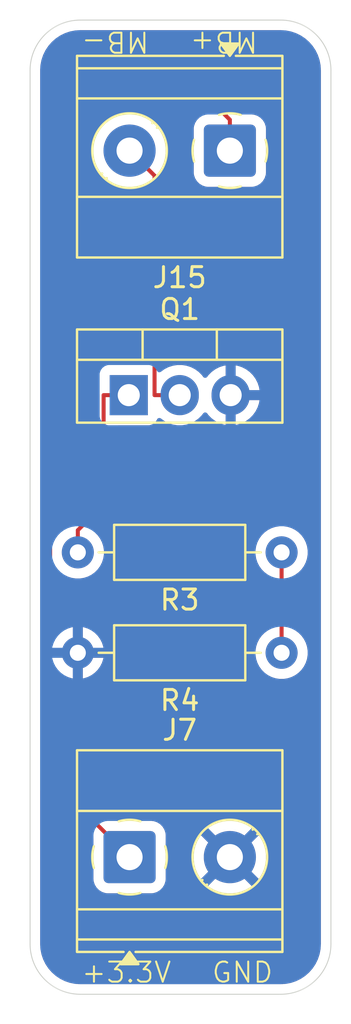
<source format=kicad_pcb>
(kicad_pcb (version 20241229) (generator "pcbnew") (generator_version "9.0")
  (layers (0 "F.Cu" signal) (2 "B.Cu" signal) (13 "F.Paste" user) (15 "B.Paste" user) (5 "F.SilkS" user "F.Silkscreen") (7 "B.SilkS" user "B.Silkscreen") (1 "F.Mask" user) (3 "B.Mask" user) (25 "Edge.Cuts" user))
  (net 0 "")
  (net 1 "GND")
  (net 2 "+3.3V")
  (net 3 "MB-")
  (net 4 "Net-(Q1-G)")
  (net 5 "MBE")
  (footprint "Resistor_THT:R_Axial_DIN0207_L6.3mm_D2.5mm_P10.16mm_Horizontal" (layer "F.Cu") (at 109.54 82.5 180)
    (property "Reference" "R4" (at 5.08 -2.37 0) (layer "F.SilkS"))
    (property "Value" "5.1k")
    (fp_line (start 9.12 0) (end 8.35 0) (stroke (width 0.12)) (layer "F.SilkS"))
    (fp_line (start 8.35 1.37) (end 8.35 -1.37) (stroke (width 0.12)) (layer "F.SilkS"))
    (fp_line (start 8.35 -1.37) (end 1.81 -1.37) (stroke (width 0.12)) (layer "F.SilkS"))
    (fp_line (start 1.81 1.37) (end 8.35 1.37) (stroke (width 0.12)) (layer "F.SilkS"))
    (fp_line (start 1.81 -1.37) (end 1.81 1.37) (stroke (width 0.12)) (layer "F.SilkS"))
    (fp_line (start 1.04 0) (end 1.81 0) (stroke (width 0.12)) (layer "F.SilkS"))
    (pad "1" thru_hole circle (at 0 0 180) (size 1.6 1.6) (drill 0.8) (layers "*.Cu" "*.Mask") (net 5 "MBE"))
    (pad "2" thru_hole oval (at 10.16 0 180) (size 1.6 1.6) (drill 0.8) (layers "*.Cu" "*.Mask") (net 1 "GND"))
  )
  (footprint "Package_TO_SOT_THT:TO-220-3_Vertical" (layer "F.Cu") (at 101.92 69.6725)
    (property "Reference" "Q1" (at 2.54 -4.27 0) (layer "F.SilkS"))
    (property "Value" "IRF540N")
    (fp_line (start -2.58 -3.27) (end -2.58 1.371) (stroke (width 0.12)) (layer "F.SilkS"))
    (fp_line (start -2.58 -3.27) (end 7.66 -3.27) (stroke (width 0.12)) (layer "F.SilkS"))
    (fp_line (start -2.58 -1.76) (end 7.66 -1.76) (stroke (width 0.12)) (layer "F.SilkS"))
    (fp_line (start -2.58 1.371) (end 7.66 1.371) (stroke (width 0.12)) (layer "F.SilkS"))
    (fp_line (start 0.69 -3.27) (end 0.69 -1.76) (stroke (width 0.12)) (layer "F.SilkS"))
    (fp_line (start 4.391 -3.27) (end 4.391 -1.76) (stroke (width 0.12)) (layer "F.SilkS"))
    (fp_line (start 7.66 -3.27) (end 7.66 1.371) (stroke (width 0.12)) (layer "F.SilkS"))
    (pad "1" thru_hole rect (at 0 0) (size 1.905 2) (drill 1.1) (layers "*.Cu" "*.Mask") (net 4 "Net-(Q1-G)"))
    (pad "2" thru_hole oval (at 2.54 0) (size 1.905 2) (drill 1.1) (layers "*.Cu" "*.Mask") (net 3 "MB-"))
    (pad "3" thru_hole oval (at 5.08 0) (size 1.905 2) (drill 1.1) (layers "*.Cu" "*.Mask") (net 1 "GND"))
  )
  (footprint "TerminalBlock_Phoenix:TerminalBlock_Phoenix_MKDS-1,5-2_1x02_P5.00mm_Horizontal" (layer "F.Cu") (at 101.96 92.6725)
    (property "Reference" "J7" (at 2.5 -6.32 0) (layer "F.SilkS"))
    (property "Value" "Screw_Terminal_01x02")
    (fp_line (start -2.62 -5.32) (end -2.62 4.72) (stroke (width 0.12)) (layer "F.SilkS"))
    (fp_line (start -2.62 -5.32) (end 7.62 -5.32) (stroke (width 0.12)) (layer "F.SilkS"))
    (fp_line (start -2.62 -2.3) (end 7.62 -2.3) (stroke (width 0.12)) (layer "F.SilkS"))
    (fp_line (start -2.62 2.6) (end 7.62 2.6) (stroke (width 0.12)) (layer "F.SilkS"))
    (fp_line (start -2.62 4.1) (end 7.62 4.1) (stroke (width 0.12)) (layer "F.SilkS"))
    (fp_line (start -2.62 4.72) (end -0.3 4.72) (stroke (width 0.12)) (layer "F.SilkS"))
    (fp_line (start 0.3 4.72) (end 7.62 4.72) (stroke (width 0.12)) (layer "F.SilkS"))
    (fp_line (start 3.633 1.14) (end 3.589 1.183) (stroke (width 0.12)) (layer "F.SilkS"))
    (fp_line (start 3.86 1.367) (end 3.816 1.41) (stroke (width 0.12)) (layer "F.SilkS"))
    (fp_line (start 6.184 -1.411) (end 6.14 -1.367) (stroke (width 0.12)) (layer "F.SilkS"))
    (fp_line (start 6.411 -1.184) (end 6.367 -1.14) (stroke (width 0.12)) (layer "F.SilkS"))
    (fp_line (start 7.62 -5.32) (end 7.62 4.72) (stroke (width 0.12)) (layer "F.SilkS"))
    (fp_arc (start -1.78 0.54) (mid -1.860107 0.000355) (end -1.780206 -0.539321) (stroke (width 0.12)) (layer "F.SilkS"))
    (fp_arc (start -0.54 -1.78) (mid -0.000355 -1.860107) (end 0.539321 -1.780206) (stroke (width 0.12)) (layer "F.SilkS"))
    (fp_arc (start 0.54 1.78) (mid 0.000355 1.860107) (end -0.539321 1.780206) (stroke (width 0.12)) (layer "F.SilkS"))
    (fp_arc (start 1.78 -0.54) (mid 1.860107 -0.000355) (end 1.780206 0.539321) (stroke (width 0.12)) (layer "F.SilkS"))
    (fp_circle (center 5 0) (end 6.86 0) (stroke (width 0.12)) (fill no) (layer "F.SilkS"))
    (fp_poly (pts (xy 0 4.72) (xy 0.44 5.33) (xy -0.44 5.33) (xy 0 4.72)) (stroke (width 0.12)) (fill yes) (layer "F.SilkS"))
    (pad "1" thru_hole roundrect (at 0 0) (size 2.6 2.6) (drill 1.3) (layers "*.Cu" "*.Mask") (roundrect_rratio 0.096154) (net 2 "+3.3V"))
    (pad "2" thru_hole circle (at 5 0) (size 2.6 2.6) (drill 1.3) (layers "*.Cu" "*.Mask") (net 1 "GND"))
  )
  (footprint "TerminalBlock_Phoenix:TerminalBlock_Phoenix_MKDS-1,5-2_1x02_P5.00mm_Horizontal" (layer "F.Cu") (at 106.96 57.5 180)
    (property "Reference" "J15" (at 2.5 -6.32 0) (layer "F.SilkS"))
    (property "Value" "Screw_Terminal_01x02" (hide yes))
    (fp_line (start 7.62 -5.32) (end 7.62 4.72) (stroke (width 0.12)) (layer "F.SilkS"))
    (fp_line (start 6.411 -1.184) (end 6.367 -1.14) (stroke (width 0.12)) (layer "F.SilkS"))
    (fp_line (start 6.184 -1.411) (end 6.14 -1.367) (stroke (width 0.12)) (layer "F.SilkS"))
    (fp_line (start 3.86 1.367) (end 3.816 1.41) (stroke (width 0.12)) (layer "F.SilkS"))
    (fp_line (start 3.633 1.14) (end 3.589 1.183) (stroke (width 0.12)) (layer "F.SilkS"))
    (fp_line (start 0.3 4.72) (end 7.62 4.72) (stroke (width 0.12)) (layer "F.SilkS"))
    (fp_line (start -2.62 4.72) (end -0.3 4.72) (stroke (width 0.12)) (layer "F.SilkS"))
    (fp_line (start -2.62 4.1) (end 7.62 4.1) (stroke (width 0.12)) (layer "F.SilkS"))
    (fp_line (start -2.62 2.6) (end 7.62 2.6) (stroke (width 0.12)) (layer "F.SilkS"))
    (fp_line (start -2.62 -2.3) (end 7.62 -2.3) (stroke (width 0.12)) (layer "F.SilkS"))
    (fp_line (start -2.62 -5.32) (end 7.62 -5.32) (stroke (width 0.12)) (layer "F.SilkS"))
    (fp_line (start -2.62 -5.32) (end -2.62 4.72) (stroke (width 0.12)) (layer "F.SilkS"))
    (fp_arc (start 1.78 -0.54) (mid 1.860107 -0.000355) (end 1.780206 0.539321) (stroke (width 0.12)) (layer "F.SilkS"))
    (fp_arc (start 0.54 1.78) (mid 0.000355 1.860107) (end -0.539321 1.780206) (stroke (width 0.12)) (layer "F.SilkS"))
    (fp_arc (start -0.54 -1.78) (mid -0.000355 -1.860107) (end 0.539321 -1.780206) (stroke (width 0.12)) (layer "F.SilkS"))
    (fp_arc (start -1.78 0.54) (mid -1.860107 0.000355) (end -1.780206 -0.539321) (stroke (width 0.12)) (layer "F.SilkS"))
    (fp_circle (center 5 0) (end 6.86 0) (stroke (width 0.12)) (fill no) (layer "F.SilkS"))
    (fp_poly (pts (xy 0 4.72) (xy 0.44 5.33) (xy -0.44 5.33) (xy 0 4.72)) (stroke (width 0.12)) (fill yes) (layer "F.SilkS"))
    (pad "1" thru_hole roundrect (at 0 0 180) (size 2.6 2.6) (drill 1.3) (layers "*.Cu" "*.Mask") (roundrect_rratio 0.096154) (net 2 "+3.3V"))
    (pad "2" thru_hole circle (at 5 0 180) (size 2.6 2.6) (drill 1.3) (layers "*.Cu" "*.Mask") (net 3 "MB-"))
  )
  (footprint "Resistor_THT:R_Axial_DIN0207_L6.3mm_D2.5mm_P10.16mm_Horizontal" (layer "F.Cu") (at 109.54 77.5 180)
    (property "Reference" "R3" (at 5.08 -2.37 0) (layer "F.SilkS"))
    (property "Value" "5.1k")
    (fp_line (start 9.12 0) (end 8.35 0) (stroke (width 0.12)) (layer "F.SilkS"))
    (fp_line (start 8.35 1.37) (end 8.35 -1.37) (stroke (width 0.12)) (layer "F.SilkS"))
    (fp_line (start 8.35 -1.37) (end 1.81 -1.37) (stroke (width 0.12)) (layer "F.SilkS"))
    (fp_line (start 1.81 1.37) (end 8.35 1.37) (stroke (width 0.12)) (layer "F.SilkS"))
    (fp_line (start 1.81 -1.37) (end 1.81 1.37) (stroke (width 0.12)) (layer "F.SilkS"))
    (fp_line (start 1.04 0) (end 1.81 0) (stroke (width 0.12)) (layer "F.SilkS"))
    (pad "1" thru_hole circle (at 0 0 180) (size 1.6 1.6) (drill 0.8) (layers "*.Cu" "*.Mask") (net 5 "MBE"))
    (pad "2" thru_hole oval (at 10.16 0 180) (size 1.6 1.6) (drill 0.8) (layers "*.Cu" "*.Mask") (net 4 "Net-(Q1-G)"))
  )
  (gr_line (start 99.5 51) (end 109.5 51) (stroke (width 0.05)) (layer "Edge.Cuts"))
  (gr_arc (start 97 53.5) (mid 97.732233 51.732233) (end 99.5 51) (stroke (width 0.05)) (layer "Edge.Cuts"))
  (gr_line (start 97 97) (end 97 53.5) (stroke (width 0.05)) (layer "Edge.Cuts"))
  (gr_line (start 112 53.5) (end 112 97) (stroke (width 0.05)) (layer "Edge.Cuts"))
  (gr_arc (start 112 97) (mid 111.267767 98.767767) (end 109.5 99.5) (stroke (width 0.05)) (layer "Edge.Cuts"))
  (gr_arc (start 109.5 51) (mid 111.267767 51.732233) (end 112 53.5) (stroke (width 0.05)) (layer "Edge.Cuts"))
  (gr_arc (start 99.5 99.5) (mid 97.732233 98.767767) (end 97 97) (stroke (width 0.05)) (layer "Edge.Cuts"))
  (gr_line (start 109.5 99.5) (end 99.5 99.5) (stroke (width 0.05)) (layer "Edge.Cuts"))
  (gr_text "GND" (at 106 99 0) (layer "F.SilkS") (effects (font (size 1 1) (thickness 0.1)) (justify left bottom)))
  (gr_text "MB-" (at 103 51.5 180) (layer "F.SilkS") (effects (font (size 1 1) (thickness 0.1)) (justify left bottom)))
  (gr_text "MB+" (at 108.42 51.5 180) (layer "F.SilkS") (effects (font (size 1 1) (thickness 0.1)) (justify left bottom)))
  (gr_text "+3.3V" (at 99.5 99 0) (layer "F.SilkS") (effects (font (size 1 1) (thickness 0.1)) (justify left bottom)))
  (segment (start 106 55) (end 100 55) (width 0.2) (layer "F.Cu") (net 2))
  (segment (start 106.96 57.5) (end 106.96 55.96) (width 0.2) (layer "F.Cu") (net 2))
  (segment (start 100 55) (end 98 57) (width 0.2) (layer "F.Cu") (net 2))
  (segment (start 98 57) (end 98 88.7125) (width 0.2) (layer "F.Cu") (net 2))
  (segment (start 98 88.7125) (end 101.96 92.6725) (width 0.2) (layer "F.Cu") (net 2))
  (segment (start 106.96 55.96) (end 106 55) (width 0.2) (layer "F.Cu") (net 2))
  (segment (start 104.46 69.6725) (end 103.2058 69.6725) (width 0.2) (layer "F.Cu") (net 3))
  (segment (start 103.2058 58.7458) (end 103.2058 69.6725) (width 0.2) (layer "F.Cu") (net 3))
  (segment (start 101.96 57.5) (end 103.2058 58.7458) (width 0.2) (layer "F.Cu") (net 3))
  (segment (start 101.92 69.6725) (end 100.6658 69.6725) (width 0.2) (layer "F.Cu") (net 4))
  (segment (start 99.38 77.5) (end 99.38 76.3983) (width 0.2) (layer "F.Cu") (net 4))
  (segment (start 100.6658 75.1125) (end 99.38 76.3983) (width 0.2) (layer "F.Cu") (net 4))
  (segment (start 100.6658 69.6725) (end 100.6658 75.1125) (width 0.2) (layer "F.Cu") (net 4))
  (segment (start 109.54 77.5) (end 109.54 82.5) (width 0.2) (layer "F.Cu") (net 5))
  (zone (net 1) (net_name "GND") (layers "F.Cu" "B.Cu") (connect_pads (clearance 0.5)) (min_thickness 0.25) (fill yes (thermal_gap 0.5) (thermal_bridge_width 0.5))
    (polygon (pts (xy 96 50) (xy 112.5 50) (xy 112.5 100.5) (xy 95.5 101)))
  )
)
</source>
